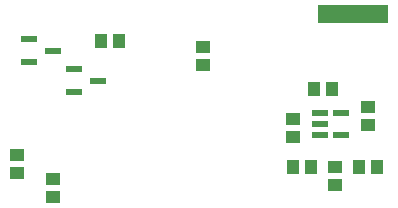
<source format=gbr>
G04 #@! TF.GenerationSoftware,KiCad,Pcbnew,(5.1.5-0-10_14)*
G04 #@! TF.CreationDate,2021-11-24T22:29:30+00:00*
G04 #@! TF.ProjectId,throwie,7468726f-7769-4652-9e6b-696361645f70,rev?*
G04 #@! TF.SameCoordinates,Original*
G04 #@! TF.FileFunction,Paste,Bot*
G04 #@! TF.FilePolarity,Positive*
%FSLAX46Y46*%
G04 Gerber Fmt 4.6, Leading zero omitted, Abs format (unit mm)*
G04 Created by KiCad (PCBNEW (5.1.5-0-10_14)) date 2021-11-24 22:29:30*
%MOMM*%
%LPD*%
G04 APERTURE LIST*
%ADD10R,6.000000X1.500000*%
%ADD11R,1.400000X0.550000*%
%ADD12R,1.100000X1.300000*%
%ADD13R,1.300000X1.100000*%
%ADD14R,1.400000X0.600000*%
G04 APERTURE END LIST*
D10*
X51054000Y-145542000D03*
D11*
X50060000Y-155824000D03*
X50060000Y-153924000D03*
X48260000Y-153924000D03*
X48260000Y-154874000D03*
X48260000Y-155824000D03*
D12*
X47776000Y-151892000D03*
X49276000Y-151892000D03*
D13*
X25654000Y-161012000D03*
X25654000Y-159512000D03*
D12*
X53062000Y-158496000D03*
X51562000Y-158496000D03*
X47498000Y-158496000D03*
X45998000Y-158496000D03*
D13*
X22606000Y-159004000D03*
X22606000Y-157504000D03*
D14*
X25642000Y-148656000D03*
X23622000Y-147706000D03*
X23622000Y-149606000D03*
X29452000Y-151196000D03*
X27432000Y-152146000D03*
X27432000Y-150246000D03*
D13*
X49530000Y-159996000D03*
X49530000Y-158496000D03*
D12*
X29742000Y-147828000D03*
X31242000Y-147828000D03*
D13*
X38354000Y-148360000D03*
X38354000Y-149860000D03*
X52324000Y-154940000D03*
X52324000Y-153440000D03*
X45974000Y-154456000D03*
X45974000Y-155956000D03*
M02*

</source>
